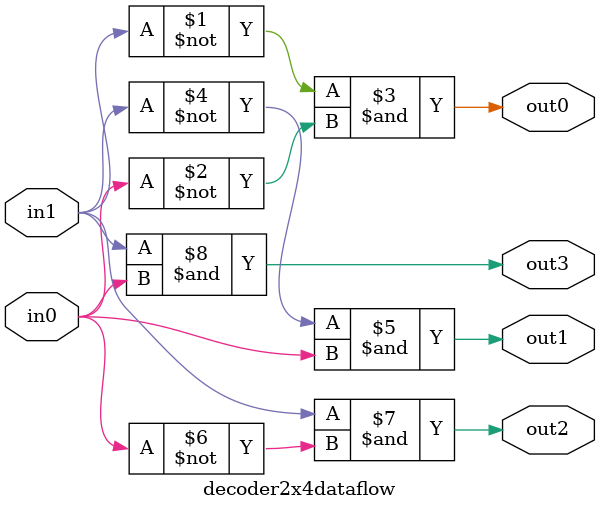
<source format=v>
`timescale 1ns / 1ps


module fs_using_2x4_decoder(input a,b,c,output wire diff, borrow);
wire out,o0,o1,o2,o3,o4,o5,o6,o7;
decoder2x4dataflow u1(b,c,o0,o1,o2,o3);
assign out=o1|o2;
decoder2x4dataflow u2(out,a,o4,o5,o6,o7);
assign diff=o5|o6;
assign borrow=o6|o3;
endmodule
module decoder2x4dataflow(input in1,in0,output wire out0,out1,out2,out3);
assign out0=~in1&~in0;
assign out1=~in1&in0;
assign out2=in1&~in0;
assign out3=in1&in0;
endmodule
</source>
